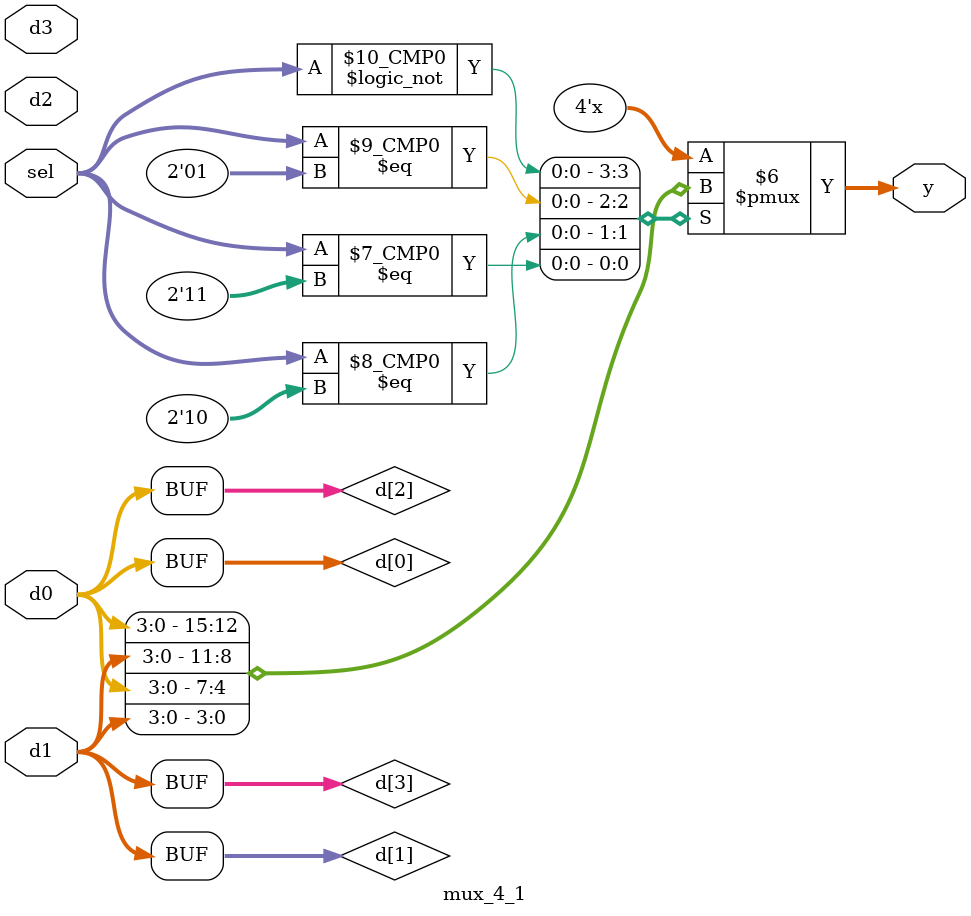
<source format=sv>

module mux_2_1
(
  input  [3:0] d0, d1,
  input        sel,
  output [3:0] y
);

  logic [3:0] d [0:1];

  assign d [0] = d0;
  assign d [1] = d1;

  assign y = d [sel];

endmodule

//----------------------------------------------------------------------------
// Task
//----------------------------------------------------------------------------

module mux_4_1
(
  input  [3:0] d0, d1, d2, d3,
  input  [1:0] sel,
  output [3:0] y
);

  logic [3:0] d [0:3];

  assign d [0] = d0;
  assign d [1] = d1;
  assign d [2] = d0;
  assign d [3] = d1;
  
  assign y = d [sel];
  
  // Task:
  // Using code for mux_2_1 as an example,
  // write code for 4:1 mux using array index


endmodule

</source>
